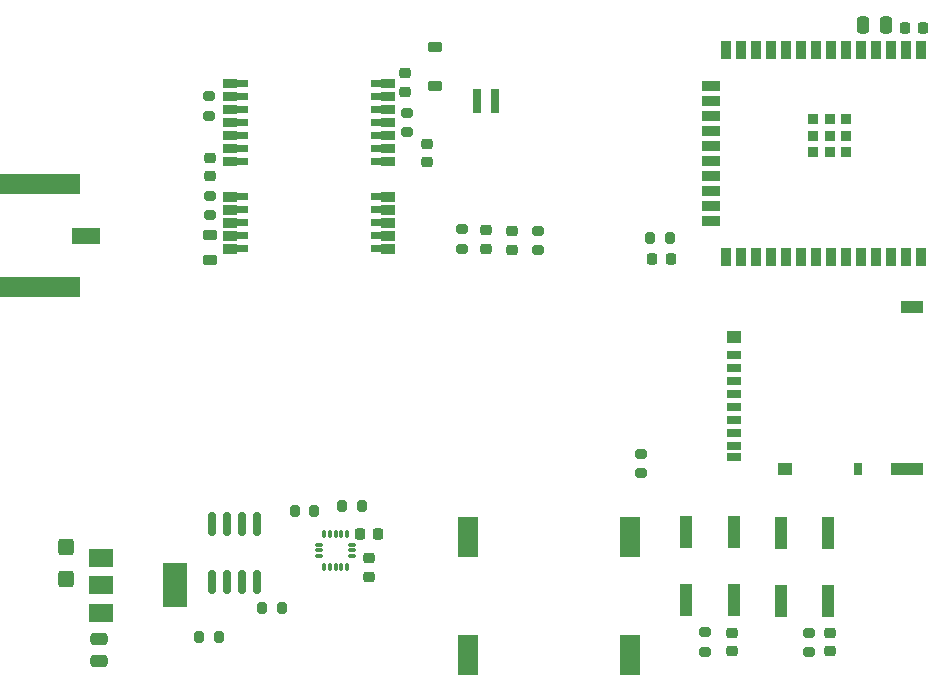
<source format=gbr>
%TF.GenerationSoftware,KiCad,Pcbnew,7.0.2-0*%
%TF.CreationDate,2023-07-24T20:11:18-04:00*%
%TF.ProjectId,data_logger,64617461-5f6c-46f6-9767-65722e6b6963,rev?*%
%TF.SameCoordinates,Original*%
%TF.FileFunction,Paste,Top*%
%TF.FilePolarity,Positive*%
%FSLAX46Y46*%
G04 Gerber Fmt 4.6, Leading zero omitted, Abs format (unit mm)*
G04 Created by KiCad (PCBNEW 7.0.2-0) date 2023-07-24 20:11:18*
%MOMM*%
%LPD*%
G01*
G04 APERTURE LIST*
G04 Aperture macros list*
%AMRoundRect*
0 Rectangle with rounded corners*
0 $1 Rounding radius*
0 $2 $3 $4 $5 $6 $7 $8 $9 X,Y pos of 4 corners*
0 Add a 4 corners polygon primitive as box body*
4,1,4,$2,$3,$4,$5,$6,$7,$8,$9,$2,$3,0*
0 Add four circle primitives for the rounded corners*
1,1,$1+$1,$2,$3*
1,1,$1+$1,$4,$5*
1,1,$1+$1,$6,$7*
1,1,$1+$1,$8,$9*
0 Add four rect primitives between the rounded corners*
20,1,$1+$1,$2,$3,$4,$5,0*
20,1,$1+$1,$4,$5,$6,$7,0*
20,1,$1+$1,$6,$7,$8,$9,0*
20,1,$1+$1,$8,$9,$2,$3,0*%
%AMFreePoly0*
4,1,5,0.881000,-3.981000,-0.881000,-3.981000,-0.881000,3.981000,0.881000,3.981000,0.881000,-3.981000,0.881000,-3.981000,$1*%
G04 Aperture macros list end*
%ADD10RoundRect,0.200000X0.275000X-0.200000X0.275000X0.200000X-0.275000X0.200000X-0.275000X-0.200000X0*%
%ADD11R,1.000000X2.750000*%
%ADD12RoundRect,0.218750X-0.381250X0.218750X-0.381250X-0.218750X0.381250X-0.218750X0.381250X0.218750X0*%
%ADD13FreePoly0,270.000000*%
%ADD14R,2.481000X1.462000*%
%ADD15RoundRect,0.250000X-0.475000X0.250000X-0.475000X-0.250000X0.475000X-0.250000X0.475000X0.250000X0*%
%ADD16RoundRect,0.200000X-0.275000X0.200000X-0.275000X-0.200000X0.275000X-0.200000X0.275000X0.200000X0*%
%ADD17R,1.200000X0.800000*%
%ADD18R,1.200000X0.700000*%
%ADD19R,1.200000X1.000000*%
%ADD20R,0.800000X1.000000*%
%ADD21R,2.800000X1.000000*%
%ADD22R,1.900000X1.000000*%
%ADD23RoundRect,0.218750X-0.256250X0.218750X-0.256250X-0.218750X0.256250X-0.218750X0.256250X0.218750X0*%
%ADD24RoundRect,0.225000X-0.225000X-0.250000X0.225000X-0.250000X0.225000X0.250000X-0.225000X0.250000X0*%
%ADD25O,0.280000X0.800000*%
%ADD26O,0.800000X0.280000*%
%ADD27RoundRect,0.225000X-0.250000X0.225000X-0.250000X-0.225000X0.250000X-0.225000X0.250000X0.225000X0*%
%ADD28RoundRect,0.150000X-0.150000X0.825000X-0.150000X-0.825000X0.150000X-0.825000X0.150000X0.825000X0*%
%ADD29R,1.800000X3.500000*%
%ADD30R,0.900000X1.500000*%
%ADD31R,1.500000X0.900000*%
%ADD32R,0.900000X0.900000*%
%ADD33R,0.800000X2.000000*%
%ADD34RoundRect,0.250000X0.425000X-0.450000X0.425000X0.450000X-0.425000X0.450000X-0.425000X-0.450000X0*%
%ADD35RoundRect,0.225000X-0.375000X0.225000X-0.375000X-0.225000X0.375000X-0.225000X0.375000X0.225000X0*%
%ADD36R,2.000000X1.500000*%
%ADD37R,2.000000X3.800000*%
%ADD38RoundRect,0.200000X-0.200000X-0.275000X0.200000X-0.275000X0.200000X0.275000X-0.200000X0.275000X0*%
%ADD39RoundRect,0.225000X0.250000X-0.225000X0.250000X0.225000X-0.250000X0.225000X-0.250000X-0.225000X0*%
%ADD40RoundRect,0.200000X0.200000X0.275000X-0.200000X0.275000X-0.200000X-0.275000X0.200000X-0.275000X0*%
%ADD41RoundRect,0.250000X-0.250000X-0.475000X0.250000X-0.475000X0.250000X0.475000X-0.250000X0.475000X0*%
%ADD42RoundRect,0.218750X-0.218750X-0.256250X0.218750X-0.256250X0.218750X0.256250X-0.218750X0.256250X0*%
G04 APERTURE END LIST*
%TO.C,U3*%
G36*
X51756200Y-35839400D02*
G01*
X50556200Y-35839400D01*
X50556200Y-35039400D01*
X51756200Y-35039400D01*
X51756200Y-35839400D01*
G37*
G36*
X51756200Y-34739400D02*
G01*
X50556200Y-34739400D01*
X50556200Y-33939400D01*
X51756200Y-33939400D01*
X51756200Y-34739400D01*
G37*
G36*
X51756200Y-33639400D02*
G01*
X50556200Y-33639400D01*
X50556200Y-32839400D01*
X51756200Y-32839400D01*
X51756200Y-33639400D01*
G37*
G36*
X51756200Y-32539400D02*
G01*
X50556200Y-32539400D01*
X50556200Y-31739400D01*
X51756200Y-31739400D01*
X51756200Y-32539400D01*
G37*
G36*
X51756200Y-31439400D02*
G01*
X50556200Y-31439400D01*
X50556200Y-30639400D01*
X51756200Y-30639400D01*
X51756200Y-31439400D01*
G37*
G36*
X51756200Y-28439400D02*
G01*
X50556200Y-28439400D01*
X50556200Y-27639400D01*
X51756200Y-27639400D01*
X51756200Y-28439400D01*
G37*
G36*
X51756200Y-27339400D02*
G01*
X50556200Y-27339400D01*
X50556200Y-26539400D01*
X51756200Y-26539400D01*
X51756200Y-27339400D01*
G37*
G36*
X51756200Y-26239400D02*
G01*
X50556200Y-26239400D01*
X50556200Y-25439400D01*
X51756200Y-25439400D01*
X51756200Y-26239400D01*
G37*
G36*
X51756200Y-25139400D02*
G01*
X50556200Y-25139400D01*
X50556200Y-24339400D01*
X51756200Y-24339400D01*
X51756200Y-25139400D01*
G37*
G36*
X51756200Y-24039400D02*
G01*
X50556200Y-24039400D01*
X50556200Y-23239400D01*
X51756200Y-23239400D01*
X51756200Y-24039400D01*
G37*
G36*
X51756200Y-22939400D02*
G01*
X50556200Y-22939400D01*
X50556200Y-22139400D01*
X51756200Y-22139400D01*
X51756200Y-22939400D01*
G37*
G36*
X51756200Y-21839400D02*
G01*
X50556200Y-21839400D01*
X50556200Y-21039400D01*
X51756200Y-21039400D01*
X51756200Y-21839400D01*
G37*
G36*
X50556200Y-35739400D02*
G01*
X49656200Y-35739400D01*
X49656200Y-35139400D01*
X50556200Y-35139400D01*
X50556200Y-35739400D01*
G37*
G36*
X50556200Y-34639400D02*
G01*
X49656200Y-34639400D01*
X49656200Y-34039400D01*
X50556200Y-34039400D01*
X50556200Y-34639400D01*
G37*
G36*
X50556200Y-33539400D02*
G01*
X49656200Y-33539400D01*
X49656200Y-32939400D01*
X50556200Y-32939400D01*
X50556200Y-33539400D01*
G37*
G36*
X50556200Y-32439400D02*
G01*
X49656200Y-32439400D01*
X49656200Y-31839400D01*
X50556200Y-31839400D01*
X50556200Y-32439400D01*
G37*
G36*
X50556200Y-31339400D02*
G01*
X49656200Y-31339400D01*
X49656200Y-30739400D01*
X50556200Y-30739400D01*
X50556200Y-31339400D01*
G37*
G36*
X50556200Y-28339400D02*
G01*
X49656200Y-28339400D01*
X49656200Y-27739400D01*
X50556200Y-27739400D01*
X50556200Y-28339400D01*
G37*
G36*
X50556200Y-27239400D02*
G01*
X49656200Y-27239400D01*
X49656200Y-26639400D01*
X50556200Y-26639400D01*
X50556200Y-27239400D01*
G37*
G36*
X50556200Y-26139400D02*
G01*
X49656200Y-26139400D01*
X49656200Y-25539400D01*
X50556200Y-25539400D01*
X50556200Y-26139400D01*
G37*
G36*
X50556200Y-25039400D02*
G01*
X49656200Y-25039400D01*
X49656200Y-24439400D01*
X50556200Y-24439400D01*
X50556200Y-25039400D01*
G37*
G36*
X50556200Y-23939400D02*
G01*
X49656200Y-23939400D01*
X49656200Y-23339400D01*
X50556200Y-23339400D01*
X50556200Y-23939400D01*
G37*
G36*
X50556200Y-22839400D02*
G01*
X49656200Y-22839400D01*
X49656200Y-22239400D01*
X50556200Y-22239400D01*
X50556200Y-22839400D01*
G37*
G36*
X50556200Y-21739400D02*
G01*
X49656200Y-21739400D01*
X49656200Y-21139400D01*
X50556200Y-21139400D01*
X50556200Y-21739400D01*
G37*
G36*
X39256200Y-35739400D02*
G01*
X38356200Y-35739400D01*
X38356200Y-35139400D01*
X39256200Y-35139400D01*
X39256200Y-35739400D01*
G37*
G36*
X39256200Y-34639400D02*
G01*
X38356200Y-34639400D01*
X38356200Y-34039400D01*
X39256200Y-34039400D01*
X39256200Y-34639400D01*
G37*
G36*
X39256200Y-33539400D02*
G01*
X38356200Y-33539400D01*
X38356200Y-32939400D01*
X39256200Y-32939400D01*
X39256200Y-33539400D01*
G37*
G36*
X39256200Y-32439400D02*
G01*
X38356200Y-32439400D01*
X38356200Y-31839400D01*
X39256200Y-31839400D01*
X39256200Y-32439400D01*
G37*
G36*
X39256200Y-31339400D02*
G01*
X38356200Y-31339400D01*
X38356200Y-30739400D01*
X39256200Y-30739400D01*
X39256200Y-31339400D01*
G37*
G36*
X39256200Y-28339400D02*
G01*
X38356200Y-28339400D01*
X38356200Y-27739400D01*
X39256200Y-27739400D01*
X39256200Y-28339400D01*
G37*
G36*
X39256200Y-27239400D02*
G01*
X38356200Y-27239400D01*
X38356200Y-26639400D01*
X39256200Y-26639400D01*
X39256200Y-27239400D01*
G37*
G36*
X39256200Y-26139400D02*
G01*
X38356200Y-26139400D01*
X38356200Y-25539400D01*
X39256200Y-25539400D01*
X39256200Y-26139400D01*
G37*
G36*
X39256200Y-25039400D02*
G01*
X38356200Y-25039400D01*
X38356200Y-24439400D01*
X39256200Y-24439400D01*
X39256200Y-25039400D01*
G37*
G36*
X39256200Y-23939400D02*
G01*
X38356200Y-23939400D01*
X38356200Y-23339400D01*
X39256200Y-23339400D01*
X39256200Y-23939400D01*
G37*
G36*
X39256200Y-22839400D02*
G01*
X38356200Y-22839400D01*
X38356200Y-22239400D01*
X39256200Y-22239400D01*
X39256200Y-22839400D01*
G37*
G36*
X39256200Y-21739400D02*
G01*
X38356200Y-21739400D01*
X38356200Y-21139400D01*
X39256200Y-21139400D01*
X39256200Y-21739400D01*
G37*
G36*
X38356200Y-35839400D02*
G01*
X37156200Y-35839400D01*
X37156200Y-35039400D01*
X38356200Y-35039400D01*
X38356200Y-35839400D01*
G37*
G36*
X38356200Y-34739400D02*
G01*
X37156200Y-34739400D01*
X37156200Y-33939400D01*
X38356200Y-33939400D01*
X38356200Y-34739400D01*
G37*
G36*
X38356200Y-33639400D02*
G01*
X37156200Y-33639400D01*
X37156200Y-32839400D01*
X38356200Y-32839400D01*
X38356200Y-33639400D01*
G37*
G36*
X38356200Y-32539400D02*
G01*
X37156200Y-32539400D01*
X37156200Y-31739400D01*
X38356200Y-31739400D01*
X38356200Y-32539400D01*
G37*
G36*
X38356200Y-31439400D02*
G01*
X37156200Y-31439400D01*
X37156200Y-30639400D01*
X38356200Y-30639400D01*
X38356200Y-31439400D01*
G37*
G36*
X38356200Y-28439400D02*
G01*
X37156200Y-28439400D01*
X37156200Y-27639400D01*
X38356200Y-27639400D01*
X38356200Y-28439400D01*
G37*
G36*
X38356200Y-27339400D02*
G01*
X37156200Y-27339400D01*
X37156200Y-26539400D01*
X38356200Y-26539400D01*
X38356200Y-27339400D01*
G37*
G36*
X38356200Y-26239400D02*
G01*
X37156200Y-26239400D01*
X37156200Y-25439400D01*
X38356200Y-25439400D01*
X38356200Y-26239400D01*
G37*
G36*
X38356200Y-25139400D02*
G01*
X37156200Y-25139400D01*
X37156200Y-24339400D01*
X38356200Y-24339400D01*
X38356200Y-25139400D01*
G37*
G36*
X38356200Y-24039400D02*
G01*
X37156200Y-24039400D01*
X37156200Y-23239400D01*
X38356200Y-23239400D01*
X38356200Y-24039400D01*
G37*
G36*
X38356200Y-22939400D02*
G01*
X37156200Y-22939400D01*
X37156200Y-22139400D01*
X38356200Y-22139400D01*
X38356200Y-22939400D01*
G37*
G36*
X38356200Y-21839400D02*
G01*
X37156200Y-21839400D01*
X37156200Y-21039400D01*
X38356200Y-21039400D01*
X38356200Y-21839400D01*
G37*
%TD*%
D10*
%TO.C,R3*%
X52781800Y-25563200D03*
X52781800Y-23913200D03*
%TD*%
D11*
%TO.C,S2*%
X76398200Y-65202200D03*
X76398200Y-59442200D03*
X80398200Y-65202200D03*
X80398200Y-59442200D03*
%TD*%
D12*
%TO.C,L1*%
X36081200Y-34281400D03*
X36081200Y-36406400D03*
%TD*%
D13*
%TO.C,ANT1*%
X21082600Y-38657400D03*
X21082600Y-29957400D03*
D14*
X25542100Y-34357400D03*
%TD*%
D10*
%TO.C,R10*%
X86792400Y-69582400D03*
X86792400Y-67932400D03*
%TD*%
D15*
%TO.C,C4*%
X26670600Y-68441400D03*
X26670600Y-70341400D03*
%TD*%
D16*
%TO.C,R7*%
X35967000Y-22541600D03*
X35967000Y-24191600D03*
%TD*%
D17*
%TO.C,J6*%
X80430000Y-44460000D03*
X80430000Y-45560000D03*
X80430000Y-46660000D03*
X80430000Y-47760000D03*
X80430000Y-48860000D03*
X80430000Y-49960000D03*
X80430000Y-51070000D03*
D18*
X80430000Y-52160000D03*
X80430000Y-53110000D03*
D19*
X84730000Y-54110000D03*
D20*
X90930000Y-54110000D03*
D21*
X95080000Y-54110000D03*
D22*
X95530000Y-40410000D03*
D19*
X80430000Y-42910000D03*
%TD*%
D23*
%TO.C,D3*%
X61671800Y-33932800D03*
X61671800Y-35507800D03*
%TD*%
D10*
%TO.C,R11*%
X77953200Y-69570200D03*
X77953200Y-67920200D03*
%TD*%
D24*
%TO.C,C7*%
X94907400Y-16711800D03*
X96457400Y-16711800D03*
%TD*%
D25*
%TO.C,U5*%
X47695800Y-59579800D03*
X47195800Y-59579800D03*
X46695800Y-59579800D03*
X46195800Y-59579800D03*
X45695800Y-59579800D03*
D26*
X45295800Y-60479800D03*
X45295800Y-60979800D03*
X45295800Y-61479800D03*
D25*
X45695800Y-62379800D03*
X46195800Y-62379800D03*
X46695800Y-62379800D03*
X47195800Y-62379800D03*
X47695800Y-62379800D03*
D26*
X48095800Y-61479800D03*
X48095800Y-60979800D03*
X48095800Y-60479800D03*
%TD*%
D27*
%TO.C,C9*%
X49512200Y-61652600D03*
X49512200Y-63202600D03*
%TD*%
D28*
%TO.C,U1*%
X40038600Y-58725400D03*
X38768600Y-58725400D03*
X37498600Y-58725400D03*
X36228600Y-58725400D03*
X36228600Y-63675400D03*
X37498600Y-63675400D03*
X38768600Y-63675400D03*
X40038600Y-63675400D03*
%TD*%
D27*
%TO.C,C13*%
X80239200Y-67983200D03*
X80239200Y-69533200D03*
%TD*%
D29*
%TO.C,LS1*%
X71620600Y-59819400D03*
X57920600Y-59819400D03*
X57920600Y-69819400D03*
X71620600Y-69819400D03*
%TD*%
D30*
%TO.C,U7*%
X96266600Y-18616800D03*
X94996600Y-18616800D03*
X93726600Y-18616800D03*
X92456600Y-18616800D03*
X91186600Y-18616800D03*
X89916600Y-18616800D03*
X88646600Y-18616800D03*
X87376600Y-18616800D03*
X86106600Y-18616800D03*
X84836600Y-18616800D03*
X83566600Y-18616800D03*
X82296600Y-18616800D03*
X81026600Y-18616800D03*
X79756600Y-18616800D03*
D31*
X78506600Y-21656800D03*
X78506600Y-22926800D03*
X78506600Y-24196800D03*
X78506600Y-25466800D03*
X78506600Y-26736800D03*
X78506600Y-28006800D03*
X78506600Y-29276800D03*
X78506600Y-30546800D03*
X78506600Y-31816800D03*
X78506600Y-33086800D03*
D30*
X79756600Y-36116800D03*
X81026600Y-36116800D03*
X82296600Y-36116800D03*
X83566600Y-36116800D03*
X84836600Y-36116800D03*
X86106600Y-36116800D03*
X87376600Y-36116800D03*
X88646600Y-36116800D03*
X89916600Y-36116800D03*
X91186600Y-36116800D03*
X92456600Y-36116800D03*
X93726600Y-36116800D03*
X94996600Y-36116800D03*
X96266600Y-36116800D03*
D32*
X89946600Y-24466800D03*
X88546600Y-24466800D03*
X87146600Y-24466800D03*
X89946600Y-25866800D03*
X88546600Y-25866800D03*
X87146600Y-25866800D03*
X89946600Y-27266800D03*
X88546600Y-27266800D03*
X87146600Y-27266800D03*
%TD*%
D33*
%TO.C,BT1*%
X58698600Y-22909400D03*
X60198600Y-22909400D03*
%TD*%
D34*
%TO.C,C10*%
X23876600Y-63375400D03*
X23876600Y-60675400D03*
%TD*%
D23*
%TO.C,D1*%
X59436600Y-33882000D03*
X59436600Y-35457000D03*
%TD*%
D35*
%TO.C,D2*%
X55118600Y-18339400D03*
X55118600Y-21639400D03*
%TD*%
D11*
%TO.C,S1*%
X84380400Y-65278400D03*
X84380400Y-59518400D03*
X88380400Y-65278400D03*
X88380400Y-59518400D03*
%TD*%
D16*
%TO.C,R13*%
X72593800Y-52779800D03*
X72593800Y-54429800D03*
%TD*%
D24*
%TO.C,C6*%
X48775600Y-59556800D03*
X50325600Y-59556800D03*
%TD*%
D36*
%TO.C,U4*%
X26830600Y-61647400D03*
X26830600Y-63947400D03*
D37*
X33130600Y-63947400D03*
D36*
X26830600Y-66247400D03*
%TD*%
D38*
%TO.C,R2*%
X40470400Y-65869000D03*
X42120400Y-65869000D03*
%TD*%
D10*
%TO.C,R6*%
X36081200Y-32606400D03*
X36081200Y-30956400D03*
%TD*%
D27*
%TO.C,C12*%
X88570400Y-67982400D03*
X88570400Y-69532400D03*
%TD*%
D38*
%TO.C,R8*%
X43252200Y-57614000D03*
X44902200Y-57614000D03*
%TD*%
D39*
%TO.C,C1*%
X54458200Y-28104000D03*
X54458200Y-26554000D03*
%TD*%
D16*
%TO.C,R4*%
X63805400Y-33908600D03*
X63805400Y-35558600D03*
%TD*%
D27*
%TO.C,C2*%
X36081200Y-27754400D03*
X36081200Y-29304400D03*
%TD*%
D16*
%TO.C,R1*%
X57404600Y-33768400D03*
X57404600Y-35418400D03*
%TD*%
D40*
%TO.C,R9*%
X48902200Y-57207600D03*
X47252200Y-57207600D03*
%TD*%
%TO.C,R12*%
X74968200Y-34517200D03*
X73318200Y-34517200D03*
%TD*%
D27*
%TO.C,C3*%
X52578600Y-20597400D03*
X52578600Y-22147400D03*
%TD*%
D41*
%TO.C,C8*%
X91379600Y-16483200D03*
X93279600Y-16483200D03*
%TD*%
D38*
%TO.C,R5*%
X35149600Y-68312400D03*
X36799600Y-68312400D03*
%TD*%
D42*
%TO.C,D5*%
X73482700Y-36295200D03*
X75057700Y-36295200D03*
%TD*%
M02*

</source>
